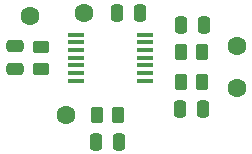
<source format=gts>
%TF.GenerationSoftware,KiCad,Pcbnew,7.0.5*%
%TF.CreationDate,2024-02-11T20:35:53+02:00*%
%TF.ProjectId,Latch Slow,4c617463-6820-4536-9c6f-772e6b696361,rev?*%
%TF.SameCoordinates,Original*%
%TF.FileFunction,Soldermask,Top*%
%TF.FilePolarity,Negative*%
%FSLAX46Y46*%
G04 Gerber Fmt 4.6, Leading zero omitted, Abs format (unit mm)*
G04 Created by KiCad (PCBNEW 7.0.5) date 2024-02-11 20:35:53*
%MOMM*%
%LPD*%
G01*
G04 APERTURE LIST*
G04 Aperture macros list*
%AMRoundRect*
0 Rectangle with rounded corners*
0 $1 Rounding radius*
0 $2 $3 $4 $5 $6 $7 $8 $9 X,Y pos of 4 corners*
0 Add a 4 corners polygon primitive as box body*
4,1,4,$2,$3,$4,$5,$6,$7,$8,$9,$2,$3,0*
0 Add four circle primitives for the rounded corners*
1,1,$1+$1,$2,$3*
1,1,$1+$1,$4,$5*
1,1,$1+$1,$6,$7*
1,1,$1+$1,$8,$9*
0 Add four rect primitives between the rounded corners*
20,1,$1+$1,$2,$3,$4,$5,0*
20,1,$1+$1,$4,$5,$6,$7,0*
20,1,$1+$1,$6,$7,$8,$9,0*
20,1,$1+$1,$8,$9,$2,$3,0*%
G04 Aperture macros list end*
%ADD10C,1.600000*%
%ADD11RoundRect,0.250000X0.262500X0.450000X-0.262500X0.450000X-0.262500X-0.450000X0.262500X-0.450000X0*%
%ADD12RoundRect,0.250000X0.450000X-0.262500X0.450000X0.262500X-0.450000X0.262500X-0.450000X-0.262500X0*%
%ADD13R,1.475000X0.450000*%
%ADD14RoundRect,0.250000X0.250000X0.475000X-0.250000X0.475000X-0.250000X-0.475000X0.250000X-0.475000X0*%
%ADD15RoundRect,0.250000X0.475000X-0.250000X0.475000X0.250000X-0.475000X0.250000X-0.475000X-0.250000X0*%
G04 APERTURE END LIST*
D10*
%TO.C,J4*%
X143002000Y-55626000D03*
%TD*%
%TO.C,J5*%
X143002000Y-52070000D03*
%TD*%
%TO.C,J3*%
X125476000Y-49530000D03*
%TD*%
%TO.C,J2*%
X128524000Y-57912000D03*
%TD*%
%TO.C,J1*%
X130048000Y-49276000D03*
%TD*%
D11*
%TO.C,R4*%
X140104500Y-52588000D03*
X138279500Y-52588000D03*
%TD*%
%TO.C,R3*%
X140104500Y-55128000D03*
X138279500Y-55128000D03*
%TD*%
%TO.C,R2*%
X132992500Y-57922000D03*
X131167500Y-57922000D03*
%TD*%
D12*
%TO.C,R1*%
X126482000Y-53998500D03*
X126482000Y-52173500D03*
%TD*%
D13*
%TO.C,IC1*%
X129396000Y-51136000D03*
X129396000Y-51786000D03*
X129396000Y-52436000D03*
X129396000Y-53086000D03*
X129396000Y-53736000D03*
X129396000Y-54386000D03*
X129396000Y-55036000D03*
X135272000Y-55036000D03*
X135272000Y-54386000D03*
X135272000Y-53736000D03*
X135272000Y-53086000D03*
X135272000Y-52436000D03*
X135272000Y-51786000D03*
X135272000Y-51136000D03*
%TD*%
D14*
%TO.C,C5*%
X140208000Y-50292000D03*
X138308000Y-50292000D03*
%TD*%
%TO.C,C4*%
X140126000Y-57404000D03*
X138226000Y-57404000D03*
%TD*%
%TO.C,C3*%
X133014000Y-60198000D03*
X131114000Y-60198000D03*
%TD*%
D15*
%TO.C,C2*%
X124206000Y-54020000D03*
X124206000Y-52120000D03*
%TD*%
D14*
%TO.C,C1*%
X134792000Y-49276000D03*
X132892000Y-49276000D03*
%TD*%
M02*

</source>
